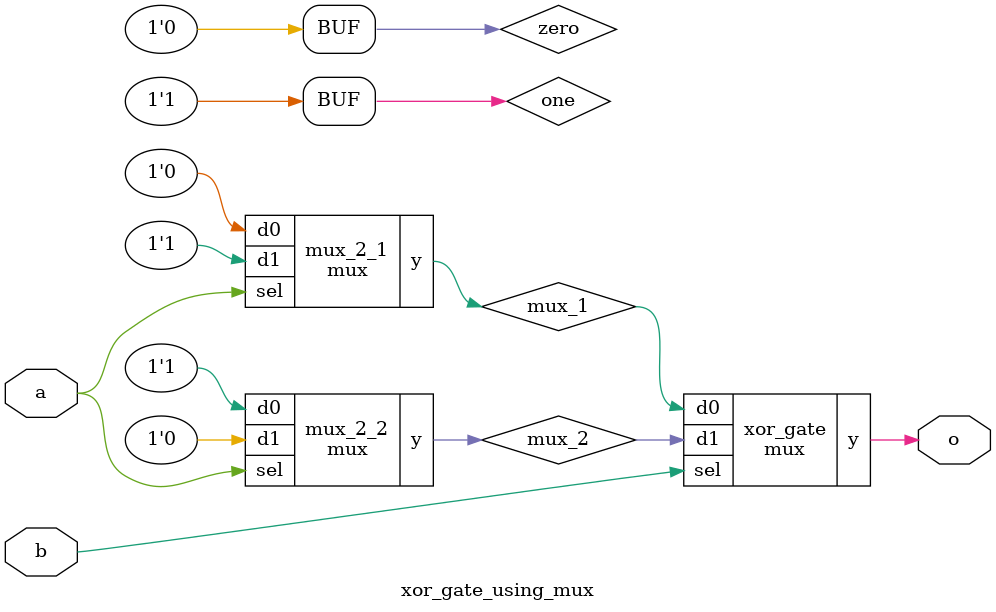
<source format=sv>

module mux
(
  input  d0, d1,
  input  sel,
  output y
);

  assign y = sel ? d1 : d0;

endmodule

//----------------------------------------------------------------------------
// Task
//----------------------------------------------------------------------------

module xor_gate_using_mux
(
    input  a,
    input  b,
    output o
);

  logic mux_1, mux_2;
  wire one = 1;
  wire zero = 0;
  
  mux mux_2_1 (zero, one, a, mux_1);
  mux mux_2_2 (one, zero, a, mux_2);
  mux xor_gate (mux_1, mux_2, b, o);

endmodule

</source>
